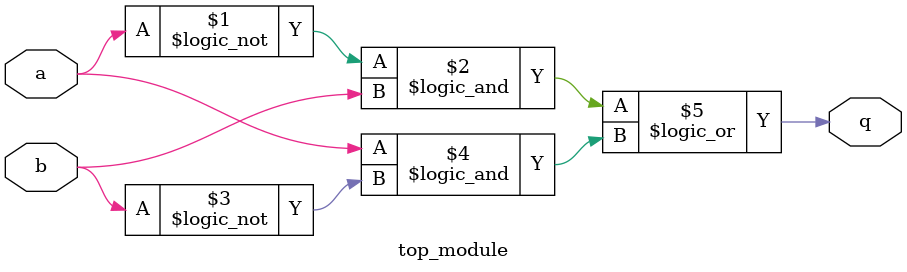
<source format=sv>
module top_module (
	input a, 
	input b, 
	output q
);
	assign q = (!a && b) || (a && !b);
endmodule

</source>
